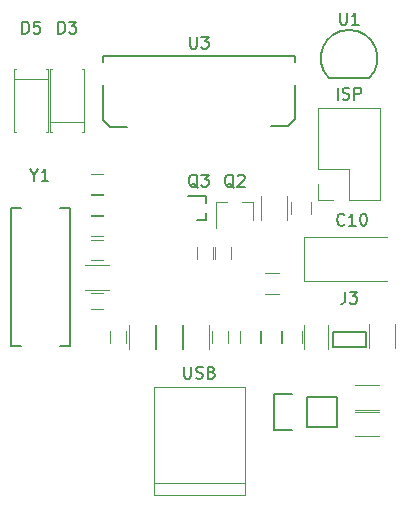
<source format=gto>
G04 #@! TF.FileFunction,Legend,Top*
%FSLAX46Y46*%
G04 Gerber Fmt 4.6, Leading zero omitted, Abs format (unit mm)*
G04 Created by KiCad (PCBNEW 4.0.7) date Thu Jul 12 22:31:34 2018*
%MOMM*%
%LPD*%
G01*
G04 APERTURE LIST*
%ADD10C,0.100000*%
%ADD11C,0.120000*%
%ADD12C,0.150000*%
G04 APERTURE END LIST*
D10*
D11*
X154924000Y-116836000D02*
X152924000Y-116836000D01*
X152924000Y-118876000D02*
X154924000Y-118876000D01*
D12*
X123738640Y-99560380D02*
X123738640Y-111259620D01*
X128737360Y-111259620D02*
X128737360Y-99560380D01*
X123738640Y-111259620D02*
X124587000Y-111259620D01*
X128737360Y-111259620D02*
X127889000Y-111259620D01*
X123738640Y-99560380D02*
X124587000Y-99560380D01*
X128737360Y-99560380D02*
X127889000Y-99560380D01*
D11*
X148586000Y-109490000D02*
X148586000Y-111490000D01*
X150626000Y-111490000D02*
X150626000Y-109490000D01*
X130564000Y-98386000D02*
X131564000Y-98386000D01*
X131564000Y-96686000D02*
X130564000Y-96686000D01*
X130564000Y-101942000D02*
X131564000Y-101942000D01*
X131564000Y-100242000D02*
X130564000Y-100242000D01*
X149186000Y-100068000D02*
X149186000Y-99068000D01*
X147486000Y-99068000D02*
X147486000Y-100068000D01*
X148554000Y-102036000D02*
X155654000Y-102036000D01*
X148554000Y-105736000D02*
X155654000Y-105736000D01*
X148554000Y-102036000D02*
X148554000Y-105736000D01*
X130548000Y-103974000D02*
X131548000Y-103974000D01*
X131548000Y-102274000D02*
X130548000Y-102274000D01*
X130564000Y-100164000D02*
X131564000Y-100164000D01*
X131564000Y-98464000D02*
X130564000Y-98464000D01*
X144868000Y-110990000D02*
X144868000Y-109990000D01*
X143168000Y-109990000D02*
X143168000Y-110990000D01*
X146646000Y-110990000D02*
X146646000Y-109990000D01*
X144946000Y-109990000D02*
X144946000Y-110990000D01*
X148424000Y-110990000D02*
X148424000Y-109990000D01*
X146724000Y-109990000D02*
X146724000Y-110990000D01*
X127244000Y-93084000D02*
X127114000Y-93084000D01*
X127114000Y-93084000D02*
X127114000Y-87764000D01*
X127114000Y-87764000D02*
X127244000Y-87764000D01*
X129804000Y-93084000D02*
X129934000Y-93084000D01*
X129934000Y-93084000D02*
X129934000Y-87764000D01*
X129934000Y-87764000D02*
X129804000Y-87764000D01*
X127114000Y-92244000D02*
X129934000Y-92244000D01*
X126756000Y-87764000D02*
X126886000Y-87764000D01*
X126886000Y-87764000D02*
X126886000Y-93084000D01*
X126886000Y-93084000D02*
X126756000Y-93084000D01*
X124196000Y-87764000D02*
X124066000Y-87764000D01*
X124066000Y-87764000D02*
X124066000Y-93084000D01*
X124066000Y-93084000D02*
X124196000Y-93084000D01*
X126886000Y-88604000D02*
X124066000Y-88604000D01*
D12*
X153800000Y-110044000D02*
X153800000Y-111344000D01*
X151000000Y-110044000D02*
X153800000Y-110044000D01*
X151000000Y-111344000D02*
X151000000Y-110044000D01*
X153800000Y-111344000D02*
X151000000Y-111344000D01*
D11*
X135850000Y-122868000D02*
X143550000Y-122868000D01*
X135850000Y-123868000D02*
X143550000Y-123868000D01*
X143550000Y-123868000D02*
X143550000Y-114668000D01*
X143550000Y-114668000D02*
X135850000Y-114668000D01*
X135850000Y-114668000D02*
X135850000Y-123868000D01*
X149800000Y-96266000D02*
X149800000Y-91126000D01*
X149800000Y-91126000D02*
X155000000Y-91126000D01*
X155000000Y-91126000D02*
X155000000Y-98866000D01*
X155000000Y-98866000D02*
X152400000Y-98866000D01*
X152400000Y-98866000D02*
X152400000Y-96266000D01*
X152400000Y-96266000D02*
X149800000Y-96266000D01*
X149800000Y-97536000D02*
X149800000Y-98866000D01*
X149800000Y-98866000D02*
X151070000Y-98866000D01*
X144262000Y-99078000D02*
X143332000Y-99078000D01*
X141102000Y-99078000D02*
X142032000Y-99078000D01*
X141102000Y-99078000D02*
X141102000Y-101238000D01*
X144262000Y-99078000D02*
X144262000Y-100538000D01*
X156264000Y-109416000D02*
X156264000Y-111416000D01*
X154124000Y-111416000D02*
X154124000Y-109416000D01*
X152924000Y-114500000D02*
X154924000Y-114500000D01*
X154924000Y-116640000D02*
X152924000Y-116640000D01*
X147120000Y-98568000D02*
X147120000Y-100568000D01*
X144980000Y-100568000D02*
X144980000Y-98568000D01*
X141052000Y-103878000D02*
X141052000Y-102878000D01*
X142412000Y-102878000D02*
X142412000Y-103878000D01*
X139528000Y-103878000D02*
X139528000Y-102878000D01*
X140888000Y-102878000D02*
X140888000Y-103878000D01*
X130064000Y-104340000D02*
X132064000Y-104340000D01*
X132064000Y-106480000D02*
X130064000Y-106480000D01*
X130564000Y-106762000D02*
X131564000Y-106762000D01*
X131564000Y-108122000D02*
X130564000Y-108122000D01*
X132162000Y-110990000D02*
X132162000Y-109990000D01*
X133522000Y-109990000D02*
X133522000Y-110990000D01*
X140798000Y-110990000D02*
X140798000Y-109990000D01*
X142158000Y-109990000D02*
X142158000Y-110990000D01*
X138376000Y-111490000D02*
X138376000Y-109490000D01*
X140516000Y-109490000D02*
X140516000Y-111490000D01*
X136090000Y-111490000D02*
X136090000Y-109490000D01*
X138230000Y-109490000D02*
X138230000Y-111490000D01*
X133804000Y-111490000D02*
X133804000Y-109490000D01*
X135944000Y-109490000D02*
X135944000Y-111490000D01*
D12*
X150700000Y-88568000D02*
X154100000Y-88568000D01*
X150702944Y-88565056D02*
G75*
G02X152400000Y-84468000I1697056J1697056D01*
G01*
X154097056Y-88565056D02*
G75*
G03X152400000Y-84468000I-1697056J1697056D01*
G01*
X132200000Y-92700000D02*
X133600000Y-92700000D01*
X131600000Y-92100000D02*
X132200000Y-92700000D01*
X131600000Y-89100000D02*
X131600000Y-92100000D01*
X147200000Y-92600000D02*
X145800000Y-92600000D01*
X147800000Y-92000000D02*
X147200000Y-92600000D01*
X147800000Y-89100000D02*
X147800000Y-92000000D01*
X131600000Y-87200000D02*
X131600000Y-86700000D01*
X147800000Y-86700000D02*
X131600000Y-86700000D01*
X147800000Y-87200000D02*
X147800000Y-86700000D01*
X148844000Y-115570000D02*
X151384000Y-115570000D01*
X146024000Y-115290000D02*
X147574000Y-115290000D01*
X148844000Y-115570000D02*
X148844000Y-118110000D01*
X147574000Y-118390000D02*
X146024000Y-118390000D01*
X146024000Y-118390000D02*
X146024000Y-115290000D01*
X148844000Y-118110000D02*
X151384000Y-118110000D01*
X151384000Y-118110000D02*
X151384000Y-115570000D01*
X140300000Y-100568000D02*
X139500000Y-100568000D01*
X140300000Y-98568000D02*
X138800000Y-98568000D01*
X140300000Y-99968000D02*
X140300000Y-100568000D01*
X140300000Y-99168000D02*
X140300000Y-98568000D01*
D11*
X145262000Y-105038000D02*
X146462000Y-105038000D01*
X146462000Y-106798000D02*
X145262000Y-106798000D01*
D12*
X125761809Y-96750190D02*
X125761809Y-97226381D01*
X125428476Y-96226381D02*
X125761809Y-96750190D01*
X126095143Y-96226381D01*
X126952286Y-97226381D02*
X126380857Y-97226381D01*
X126666571Y-97226381D02*
X126666571Y-96226381D01*
X126571333Y-96369238D01*
X126476095Y-96464476D01*
X126380857Y-96512095D01*
X152011143Y-100941143D02*
X151963524Y-100988762D01*
X151820667Y-101036381D01*
X151725429Y-101036381D01*
X151582571Y-100988762D01*
X151487333Y-100893524D01*
X151439714Y-100798286D01*
X151392095Y-100607810D01*
X151392095Y-100464952D01*
X151439714Y-100274476D01*
X151487333Y-100179238D01*
X151582571Y-100084000D01*
X151725429Y-100036381D01*
X151820667Y-100036381D01*
X151963524Y-100084000D01*
X152011143Y-100131619D01*
X152963524Y-101036381D02*
X152392095Y-101036381D01*
X152677809Y-101036381D02*
X152677809Y-100036381D01*
X152582571Y-100179238D01*
X152487333Y-100274476D01*
X152392095Y-100322095D01*
X153582571Y-100036381D02*
X153677810Y-100036381D01*
X153773048Y-100084000D01*
X153820667Y-100131619D01*
X153868286Y-100226857D01*
X153915905Y-100417333D01*
X153915905Y-100655429D01*
X153868286Y-100845905D01*
X153820667Y-100941143D01*
X153773048Y-100988762D01*
X153677810Y-101036381D01*
X153582571Y-101036381D01*
X153487333Y-100988762D01*
X153439714Y-100941143D01*
X153392095Y-100845905D01*
X153344476Y-100655429D01*
X153344476Y-100417333D01*
X153392095Y-100226857D01*
X153439714Y-100131619D01*
X153487333Y-100084000D01*
X153582571Y-100036381D01*
X127785905Y-84780381D02*
X127785905Y-83780381D01*
X128024000Y-83780381D01*
X128166858Y-83828000D01*
X128262096Y-83923238D01*
X128309715Y-84018476D01*
X128357334Y-84208952D01*
X128357334Y-84351810D01*
X128309715Y-84542286D01*
X128262096Y-84637524D01*
X128166858Y-84732762D01*
X128024000Y-84780381D01*
X127785905Y-84780381D01*
X128690667Y-83780381D02*
X129309715Y-83780381D01*
X128976381Y-84161333D01*
X129119239Y-84161333D01*
X129214477Y-84208952D01*
X129262096Y-84256571D01*
X129309715Y-84351810D01*
X129309715Y-84589905D01*
X129262096Y-84685143D01*
X129214477Y-84732762D01*
X129119239Y-84780381D01*
X128833524Y-84780381D01*
X128738286Y-84732762D01*
X128690667Y-84685143D01*
X124737905Y-84780381D02*
X124737905Y-83780381D01*
X124976000Y-83780381D01*
X125118858Y-83828000D01*
X125214096Y-83923238D01*
X125261715Y-84018476D01*
X125309334Y-84208952D01*
X125309334Y-84351810D01*
X125261715Y-84542286D01*
X125214096Y-84637524D01*
X125118858Y-84732762D01*
X124976000Y-84780381D01*
X124737905Y-84780381D01*
X126214096Y-83780381D02*
X125737905Y-83780381D01*
X125690286Y-84256571D01*
X125737905Y-84208952D01*
X125833143Y-84161333D01*
X126071239Y-84161333D01*
X126166477Y-84208952D01*
X126214096Y-84256571D01*
X126261715Y-84351810D01*
X126261715Y-84589905D01*
X126214096Y-84685143D01*
X126166477Y-84732762D01*
X126071239Y-84780381D01*
X125833143Y-84780381D01*
X125737905Y-84732762D01*
X125690286Y-84685143D01*
X152066667Y-106640381D02*
X152066667Y-107354667D01*
X152019047Y-107497524D01*
X151923809Y-107592762D01*
X151780952Y-107640381D01*
X151685714Y-107640381D01*
X152447619Y-106640381D02*
X153066667Y-106640381D01*
X152733333Y-107021333D01*
X152876191Y-107021333D01*
X152971429Y-107068952D01*
X153019048Y-107116571D01*
X153066667Y-107211810D01*
X153066667Y-107449905D01*
X153019048Y-107545143D01*
X152971429Y-107592762D01*
X152876191Y-107640381D01*
X152590476Y-107640381D01*
X152495238Y-107592762D01*
X152447619Y-107545143D01*
X138438095Y-112990381D02*
X138438095Y-113799905D01*
X138485714Y-113895143D01*
X138533333Y-113942762D01*
X138628571Y-113990381D01*
X138819048Y-113990381D01*
X138914286Y-113942762D01*
X138961905Y-113895143D01*
X139009524Y-113799905D01*
X139009524Y-112990381D01*
X139438095Y-113942762D02*
X139580952Y-113990381D01*
X139819048Y-113990381D01*
X139914286Y-113942762D01*
X139961905Y-113895143D01*
X140009524Y-113799905D01*
X140009524Y-113704667D01*
X139961905Y-113609429D01*
X139914286Y-113561810D01*
X139819048Y-113514190D01*
X139628571Y-113466571D01*
X139533333Y-113418952D01*
X139485714Y-113371333D01*
X139438095Y-113276095D01*
X139438095Y-113180857D01*
X139485714Y-113085619D01*
X139533333Y-113038000D01*
X139628571Y-112990381D01*
X139866667Y-112990381D01*
X140009524Y-113038000D01*
X140771429Y-113466571D02*
X140914286Y-113514190D01*
X140961905Y-113561810D01*
X141009524Y-113657048D01*
X141009524Y-113799905D01*
X140961905Y-113895143D01*
X140914286Y-113942762D01*
X140819048Y-113990381D01*
X140438095Y-113990381D01*
X140438095Y-112990381D01*
X140771429Y-112990381D01*
X140866667Y-113038000D01*
X140914286Y-113085619D01*
X140961905Y-113180857D01*
X140961905Y-113276095D01*
X140914286Y-113371333D01*
X140866667Y-113418952D01*
X140771429Y-113466571D01*
X140438095Y-113466571D01*
X151423810Y-90368381D02*
X151423810Y-89368381D01*
X151852381Y-90320762D02*
X151995238Y-90368381D01*
X152233334Y-90368381D01*
X152328572Y-90320762D01*
X152376191Y-90273143D01*
X152423810Y-90177905D01*
X152423810Y-90082667D01*
X152376191Y-89987429D01*
X152328572Y-89939810D01*
X152233334Y-89892190D01*
X152042857Y-89844571D01*
X151947619Y-89796952D01*
X151900000Y-89749333D01*
X151852381Y-89654095D01*
X151852381Y-89558857D01*
X151900000Y-89463619D01*
X151947619Y-89416000D01*
X152042857Y-89368381D01*
X152280953Y-89368381D01*
X152423810Y-89416000D01*
X152852381Y-90368381D02*
X152852381Y-89368381D01*
X153233334Y-89368381D01*
X153328572Y-89416000D01*
X153376191Y-89463619D01*
X153423810Y-89558857D01*
X153423810Y-89701714D01*
X153376191Y-89796952D01*
X153328572Y-89844571D01*
X153233334Y-89892190D01*
X152852381Y-89892190D01*
X142652762Y-97829619D02*
X142557524Y-97782000D01*
X142462286Y-97686762D01*
X142319429Y-97543905D01*
X142224190Y-97496286D01*
X142128952Y-97496286D01*
X142176571Y-97734381D02*
X142081333Y-97686762D01*
X141986095Y-97591524D01*
X141938476Y-97401048D01*
X141938476Y-97067714D01*
X141986095Y-96877238D01*
X142081333Y-96782000D01*
X142176571Y-96734381D01*
X142367048Y-96734381D01*
X142462286Y-96782000D01*
X142557524Y-96877238D01*
X142605143Y-97067714D01*
X142605143Y-97401048D01*
X142557524Y-97591524D01*
X142462286Y-97686762D01*
X142367048Y-97734381D01*
X142176571Y-97734381D01*
X142986095Y-96829619D02*
X143033714Y-96782000D01*
X143128952Y-96734381D01*
X143367048Y-96734381D01*
X143462286Y-96782000D01*
X143509905Y-96829619D01*
X143557524Y-96924857D01*
X143557524Y-97020095D01*
X143509905Y-97162952D01*
X142938476Y-97734381D01*
X143557524Y-97734381D01*
X151638095Y-83018381D02*
X151638095Y-83827905D01*
X151685714Y-83923143D01*
X151733333Y-83970762D01*
X151828571Y-84018381D01*
X152019048Y-84018381D01*
X152114286Y-83970762D01*
X152161905Y-83923143D01*
X152209524Y-83827905D01*
X152209524Y-83018381D01*
X153209524Y-84018381D02*
X152638095Y-84018381D01*
X152923809Y-84018381D02*
X152923809Y-83018381D01*
X152828571Y-83161238D01*
X152733333Y-83256476D01*
X152638095Y-83304095D01*
X138938095Y-85050381D02*
X138938095Y-85859905D01*
X138985714Y-85955143D01*
X139033333Y-86002762D01*
X139128571Y-86050381D01*
X139319048Y-86050381D01*
X139414286Y-86002762D01*
X139461905Y-85955143D01*
X139509524Y-85859905D01*
X139509524Y-85050381D01*
X139890476Y-85050381D02*
X140509524Y-85050381D01*
X140176190Y-85431333D01*
X140319048Y-85431333D01*
X140414286Y-85478952D01*
X140461905Y-85526571D01*
X140509524Y-85621810D01*
X140509524Y-85859905D01*
X140461905Y-85955143D01*
X140414286Y-86002762D01*
X140319048Y-86050381D01*
X140033333Y-86050381D01*
X139938095Y-86002762D01*
X139890476Y-85955143D01*
X139604762Y-97829619D02*
X139509524Y-97782000D01*
X139414286Y-97686762D01*
X139271429Y-97543905D01*
X139176190Y-97496286D01*
X139080952Y-97496286D01*
X139128571Y-97734381D02*
X139033333Y-97686762D01*
X138938095Y-97591524D01*
X138890476Y-97401048D01*
X138890476Y-97067714D01*
X138938095Y-96877238D01*
X139033333Y-96782000D01*
X139128571Y-96734381D01*
X139319048Y-96734381D01*
X139414286Y-96782000D01*
X139509524Y-96877238D01*
X139557143Y-97067714D01*
X139557143Y-97401048D01*
X139509524Y-97591524D01*
X139414286Y-97686762D01*
X139319048Y-97734381D01*
X139128571Y-97734381D01*
X139890476Y-96734381D02*
X140509524Y-96734381D01*
X140176190Y-97115333D01*
X140319048Y-97115333D01*
X140414286Y-97162952D01*
X140461905Y-97210571D01*
X140509524Y-97305810D01*
X140509524Y-97543905D01*
X140461905Y-97639143D01*
X140414286Y-97686762D01*
X140319048Y-97734381D01*
X140033333Y-97734381D01*
X139938095Y-97686762D01*
X139890476Y-97639143D01*
M02*

</source>
